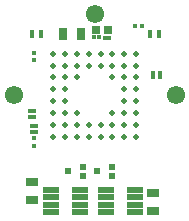
<source format=gbr>
G04 EasyPC Gerber Version 21.0.3 Build 4286 *
G04 #@! TF.Part,Single*
G04 #@! TF.FileFunction,Soldermask,Bot *
G04 #@! TF.FilePolarity,Negative *
%FSLAX35Y35*%
%MOIN*%
G04 #@! TA.AperFunction,SMDPad*
%ADD88R,0.01387X0.01781*%
%ADD90R,0.01800X0.01800*%
%ADD92R,0.02600X0.03000*%
%ADD91R,0.03000X0.04100*%
%ADD83C,0.01978*%
%ADD89R,0.01781X0.01387*%
%ADD87R,0.01800X0.01800*%
%ADD85R,0.02431X0.02175*%
%ADD84R,0.05400X0.02200*%
G04 #@! TA.AperFunction,WasherPad*
%ADD82C,0.06100*%
G04 #@! TA.AperFunction,SMDPad*
%ADD86R,0.04100X0.03000*%
X0Y0D02*
D02*
D82*
X4784Y41250D03*
X31784Y68250D03*
X58784Y41250D03*
D02*
D83*
X17988Y27454D03*
Y31391D03*
Y35328D03*
Y39265D03*
Y43202D03*
Y47139D03*
Y51076D03*
Y55013D03*
X21925Y27454D03*
Y31391D03*
Y35328D03*
Y39265D03*
Y43202D03*
Y47139D03*
Y51076D03*
Y55013D03*
X25862Y27454D03*
Y31391D03*
Y35328D03*
Y47139D03*
Y51076D03*
Y55013D03*
X29799Y27454D03*
Y31391D03*
Y51076D03*
Y55013D03*
X33736Y27454D03*
Y31391D03*
Y51076D03*
Y55013D03*
X37673Y27454D03*
Y31391D03*
Y35328D03*
Y47139D03*
Y51076D03*
Y55013D03*
X41610Y27454D03*
Y31391D03*
Y35328D03*
Y39265D03*
Y43202D03*
Y47139D03*
Y51076D03*
Y55013D03*
X45547Y27454D03*
Y31391D03*
Y35328D03*
Y39265D03*
Y43202D03*
Y47139D03*
Y51076D03*
Y55013D03*
D02*
D84*
X17284Y2150D03*
Y4650D03*
Y7250D03*
Y9750D03*
X26884Y2150D03*
Y4650D03*
Y7250D03*
Y9750D03*
X35684Y2150D03*
Y4650D03*
Y7250D03*
Y9750D03*
X45284Y2150D03*
Y4650D03*
Y7250D03*
Y9750D03*
D02*
D85*
X22996Y15850D03*
X27972Y14275D03*
Y17425D03*
X32596Y15850D03*
X37572Y14275D03*
Y17425D03*
D02*
D86*
X10784Y6150D03*
Y12150D03*
X51284Y2650D03*
Y8650D03*
D02*
D87*
X45284Y64150D03*
X47684D03*
D02*
D88*
X10095Y33862D03*
Y35938D03*
X10884Y28838D03*
Y30938D03*
X11473Y33862D03*
Y35938D03*
X12262Y28838D03*
Y30938D03*
X31695Y60762D03*
X33073D03*
X35295Y60362D03*
X36673D03*
D02*
D89*
X10796Y60961D03*
Y62339D03*
X13796Y60961D03*
Y62339D03*
X50296Y61061D03*
Y62439D03*
X51296Y47261D03*
Y48639D03*
X53296Y61061D03*
Y62439D03*
X53696Y47261D03*
Y48639D03*
D02*
D90*
X11584Y24450D03*
Y26850D03*
X11684Y53050D03*
Y55450D03*
D02*
D91*
X21284Y61650D03*
X27284D03*
D02*
D92*
X32184Y63094D03*
X36184D03*
X0Y0D02*
M02*

</source>
